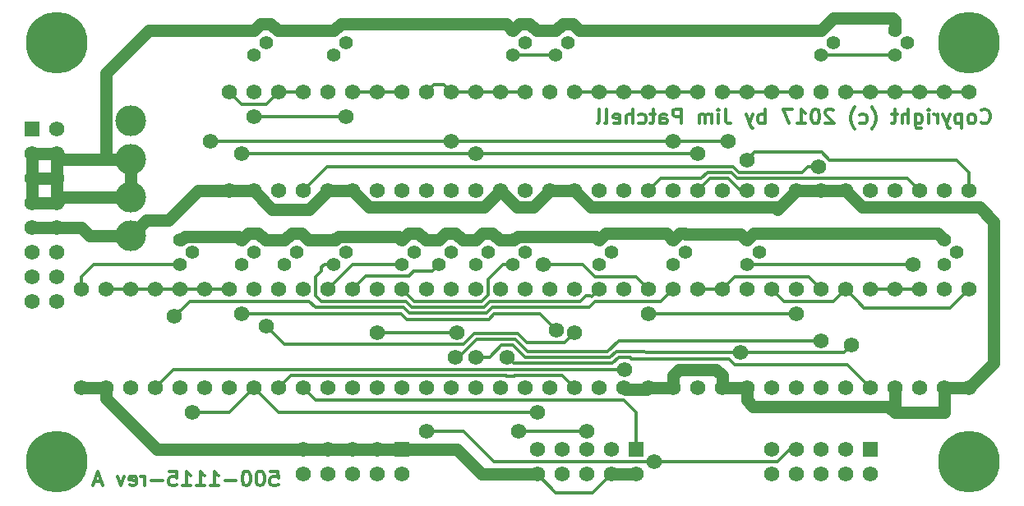
<source format=gbr>
G04 #@! TF.FileFunction,Copper,L2,Bot,Signal*
%FSLAX46Y46*%
G04 Gerber Fmt 4.6, Leading zero omitted, Abs format (unit mm)*
G04 Created by KiCad (PCBNEW 4.0.5) date 02/09/17 20:21:43*
%MOMM*%
%LPD*%
G01*
G04 APERTURE LIST*
%ADD10C,0.100000*%
%ADD11C,0.300000*%
%ADD12C,1.574800*%
%ADD13R,1.574800X1.574800*%
%ADD14C,1.397000*%
%ADD15C,3.175000*%
%ADD16C,6.350000*%
%ADD17C,0.304800*%
%ADD18C,1.270000*%
G04 APERTURE END LIST*
D10*
D11*
X84268969Y-147031971D02*
X84983255Y-147031971D01*
X85054684Y-147746257D01*
X84983255Y-147674829D01*
X84840398Y-147603400D01*
X84483255Y-147603400D01*
X84340398Y-147674829D01*
X84268969Y-147746257D01*
X84197541Y-147889114D01*
X84197541Y-148246257D01*
X84268969Y-148389114D01*
X84340398Y-148460543D01*
X84483255Y-148531971D01*
X84840398Y-148531971D01*
X84983255Y-148460543D01*
X85054684Y-148389114D01*
X83268970Y-147031971D02*
X83126113Y-147031971D01*
X82983256Y-147103400D01*
X82911827Y-147174829D01*
X82840398Y-147317686D01*
X82768970Y-147603400D01*
X82768970Y-147960543D01*
X82840398Y-148246257D01*
X82911827Y-148389114D01*
X82983256Y-148460543D01*
X83126113Y-148531971D01*
X83268970Y-148531971D01*
X83411827Y-148460543D01*
X83483256Y-148389114D01*
X83554684Y-148246257D01*
X83626113Y-147960543D01*
X83626113Y-147603400D01*
X83554684Y-147317686D01*
X83483256Y-147174829D01*
X83411827Y-147103400D01*
X83268970Y-147031971D01*
X81840399Y-147031971D02*
X81697542Y-147031971D01*
X81554685Y-147103400D01*
X81483256Y-147174829D01*
X81411827Y-147317686D01*
X81340399Y-147603400D01*
X81340399Y-147960543D01*
X81411827Y-148246257D01*
X81483256Y-148389114D01*
X81554685Y-148460543D01*
X81697542Y-148531971D01*
X81840399Y-148531971D01*
X81983256Y-148460543D01*
X82054685Y-148389114D01*
X82126113Y-148246257D01*
X82197542Y-147960543D01*
X82197542Y-147603400D01*
X82126113Y-147317686D01*
X82054685Y-147174829D01*
X81983256Y-147103400D01*
X81840399Y-147031971D01*
X80697542Y-147960543D02*
X79554685Y-147960543D01*
X78054685Y-148531971D02*
X78911828Y-148531971D01*
X78483256Y-148531971D02*
X78483256Y-147031971D01*
X78626113Y-147246257D01*
X78768971Y-147389114D01*
X78911828Y-147460543D01*
X76626114Y-148531971D02*
X77483257Y-148531971D01*
X77054685Y-148531971D02*
X77054685Y-147031971D01*
X77197542Y-147246257D01*
X77340400Y-147389114D01*
X77483257Y-147460543D01*
X75197543Y-148531971D02*
X76054686Y-148531971D01*
X75626114Y-148531971D02*
X75626114Y-147031971D01*
X75768971Y-147246257D01*
X75911829Y-147389114D01*
X76054686Y-147460543D01*
X73840400Y-147031971D02*
X74554686Y-147031971D01*
X74626115Y-147746257D01*
X74554686Y-147674829D01*
X74411829Y-147603400D01*
X74054686Y-147603400D01*
X73911829Y-147674829D01*
X73840400Y-147746257D01*
X73768972Y-147889114D01*
X73768972Y-148246257D01*
X73840400Y-148389114D01*
X73911829Y-148460543D01*
X74054686Y-148531971D01*
X74411829Y-148531971D01*
X74554686Y-148460543D01*
X74626115Y-148389114D01*
X73126115Y-147960543D02*
X71983258Y-147960543D01*
X71268972Y-148531971D02*
X71268972Y-147531971D01*
X71268972Y-147817686D02*
X71197544Y-147674829D01*
X71126115Y-147603400D01*
X70983258Y-147531971D01*
X70840401Y-147531971D01*
X69768973Y-148460543D02*
X69911830Y-148531971D01*
X70197544Y-148531971D01*
X70340401Y-148460543D01*
X70411830Y-148317686D01*
X70411830Y-147746257D01*
X70340401Y-147603400D01*
X70197544Y-147531971D01*
X69911830Y-147531971D01*
X69768973Y-147603400D01*
X69697544Y-147746257D01*
X69697544Y-147889114D01*
X70411830Y-148031971D01*
X69197544Y-147531971D02*
X68840401Y-148531971D01*
X68483259Y-147531971D01*
X66840402Y-148103400D02*
X66126116Y-148103400D01*
X66983259Y-148531971D02*
X66483259Y-147031971D01*
X65983259Y-148531971D01*
X135190428Y-111206671D02*
X135190428Y-109706671D01*
X135190428Y-110278100D02*
X135047571Y-110206671D01*
X134761857Y-110206671D01*
X134619000Y-110278100D01*
X134547571Y-110349529D01*
X134476142Y-110492386D01*
X134476142Y-110920957D01*
X134547571Y-111063814D01*
X134619000Y-111135243D01*
X134761857Y-111206671D01*
X135047571Y-111206671D01*
X135190428Y-111135243D01*
X133976142Y-110206671D02*
X133618999Y-111206671D01*
X133261857Y-110206671D02*
X133618999Y-111206671D01*
X133761857Y-111563814D01*
X133833285Y-111635243D01*
X133976142Y-111706671D01*
X131119000Y-109706671D02*
X131119000Y-110778100D01*
X131190428Y-110992386D01*
X131333285Y-111135243D01*
X131547571Y-111206671D01*
X131690428Y-111206671D01*
X130404714Y-111206671D02*
X130404714Y-110206671D01*
X130404714Y-109706671D02*
X130476143Y-109778100D01*
X130404714Y-109849529D01*
X130333286Y-109778100D01*
X130404714Y-109706671D01*
X130404714Y-109849529D01*
X129690428Y-111206671D02*
X129690428Y-110206671D01*
X129690428Y-110349529D02*
X129619000Y-110278100D01*
X129476142Y-110206671D01*
X129261857Y-110206671D01*
X129119000Y-110278100D01*
X129047571Y-110420957D01*
X129047571Y-111206671D01*
X129047571Y-110420957D02*
X128976142Y-110278100D01*
X128833285Y-110206671D01*
X128619000Y-110206671D01*
X128476142Y-110278100D01*
X128404714Y-110420957D01*
X128404714Y-111206671D01*
X126547571Y-111206671D02*
X126547571Y-109706671D01*
X125976143Y-109706671D01*
X125833285Y-109778100D01*
X125761857Y-109849529D01*
X125690428Y-109992386D01*
X125690428Y-110206671D01*
X125761857Y-110349529D01*
X125833285Y-110420957D01*
X125976143Y-110492386D01*
X126547571Y-110492386D01*
X124404714Y-111206671D02*
X124404714Y-110420957D01*
X124476143Y-110278100D01*
X124619000Y-110206671D01*
X124904714Y-110206671D01*
X125047571Y-110278100D01*
X124404714Y-111135243D02*
X124547571Y-111206671D01*
X124904714Y-111206671D01*
X125047571Y-111135243D01*
X125119000Y-110992386D01*
X125119000Y-110849529D01*
X125047571Y-110706671D01*
X124904714Y-110635243D01*
X124547571Y-110635243D01*
X124404714Y-110563814D01*
X123904714Y-110206671D02*
X123333285Y-110206671D01*
X123690428Y-109706671D02*
X123690428Y-110992386D01*
X123619000Y-111135243D01*
X123476142Y-111206671D01*
X123333285Y-111206671D01*
X122190428Y-111135243D02*
X122333285Y-111206671D01*
X122618999Y-111206671D01*
X122761857Y-111135243D01*
X122833285Y-111063814D01*
X122904714Y-110920957D01*
X122904714Y-110492386D01*
X122833285Y-110349529D01*
X122761857Y-110278100D01*
X122618999Y-110206671D01*
X122333285Y-110206671D01*
X122190428Y-110278100D01*
X121547571Y-111206671D02*
X121547571Y-109706671D01*
X120904714Y-111206671D02*
X120904714Y-110420957D01*
X120976143Y-110278100D01*
X121119000Y-110206671D01*
X121333285Y-110206671D01*
X121476143Y-110278100D01*
X121547571Y-110349529D01*
X119619000Y-111135243D02*
X119761857Y-111206671D01*
X120047571Y-111206671D01*
X120190428Y-111135243D01*
X120261857Y-110992386D01*
X120261857Y-110420957D01*
X120190428Y-110278100D01*
X120047571Y-110206671D01*
X119761857Y-110206671D01*
X119619000Y-110278100D01*
X119547571Y-110420957D01*
X119547571Y-110563814D01*
X120261857Y-110706671D01*
X118690428Y-111206671D02*
X118833286Y-111135243D01*
X118904714Y-110992386D01*
X118904714Y-109706671D01*
X117904714Y-111206671D02*
X118047572Y-111135243D01*
X118119000Y-110992386D01*
X118119000Y-109706671D01*
X157466084Y-111063814D02*
X157537513Y-111135243D01*
X157751799Y-111206671D01*
X157894656Y-111206671D01*
X158108941Y-111135243D01*
X158251799Y-110992386D01*
X158323227Y-110849529D01*
X158394656Y-110563814D01*
X158394656Y-110349529D01*
X158323227Y-110063814D01*
X158251799Y-109920957D01*
X158108941Y-109778100D01*
X157894656Y-109706671D01*
X157751799Y-109706671D01*
X157537513Y-109778100D01*
X157466084Y-109849529D01*
X156608941Y-111206671D02*
X156751799Y-111135243D01*
X156823227Y-111063814D01*
X156894656Y-110920957D01*
X156894656Y-110492386D01*
X156823227Y-110349529D01*
X156751799Y-110278100D01*
X156608941Y-110206671D01*
X156394656Y-110206671D01*
X156251799Y-110278100D01*
X156180370Y-110349529D01*
X156108941Y-110492386D01*
X156108941Y-110920957D01*
X156180370Y-111063814D01*
X156251799Y-111135243D01*
X156394656Y-111206671D01*
X156608941Y-111206671D01*
X155466084Y-110206671D02*
X155466084Y-111706671D01*
X155466084Y-110278100D02*
X155323227Y-110206671D01*
X155037513Y-110206671D01*
X154894656Y-110278100D01*
X154823227Y-110349529D01*
X154751798Y-110492386D01*
X154751798Y-110920957D01*
X154823227Y-111063814D01*
X154894656Y-111135243D01*
X155037513Y-111206671D01*
X155323227Y-111206671D01*
X155466084Y-111135243D01*
X154251798Y-110206671D02*
X153894655Y-111206671D01*
X153537513Y-110206671D02*
X153894655Y-111206671D01*
X154037513Y-111563814D01*
X154108941Y-111635243D01*
X154251798Y-111706671D01*
X152966084Y-111206671D02*
X152966084Y-110206671D01*
X152966084Y-110492386D02*
X152894656Y-110349529D01*
X152823227Y-110278100D01*
X152680370Y-110206671D01*
X152537513Y-110206671D01*
X152037513Y-111206671D02*
X152037513Y-110206671D01*
X152037513Y-109706671D02*
X152108942Y-109778100D01*
X152037513Y-109849529D01*
X151966085Y-109778100D01*
X152037513Y-109706671D01*
X152037513Y-109849529D01*
X150680370Y-110206671D02*
X150680370Y-111420957D01*
X150751799Y-111563814D01*
X150823227Y-111635243D01*
X150966084Y-111706671D01*
X151180370Y-111706671D01*
X151323227Y-111635243D01*
X150680370Y-111135243D02*
X150823227Y-111206671D01*
X151108941Y-111206671D01*
X151251799Y-111135243D01*
X151323227Y-111063814D01*
X151394656Y-110920957D01*
X151394656Y-110492386D01*
X151323227Y-110349529D01*
X151251799Y-110278100D01*
X151108941Y-110206671D01*
X150823227Y-110206671D01*
X150680370Y-110278100D01*
X149966084Y-111206671D02*
X149966084Y-109706671D01*
X149323227Y-111206671D02*
X149323227Y-110420957D01*
X149394656Y-110278100D01*
X149537513Y-110206671D01*
X149751798Y-110206671D01*
X149894656Y-110278100D01*
X149966084Y-110349529D01*
X148823227Y-110206671D02*
X148251798Y-110206671D01*
X148608941Y-109706671D02*
X148608941Y-110992386D01*
X148537513Y-111135243D01*
X148394655Y-111206671D01*
X148251798Y-111206671D01*
X146180370Y-111778100D02*
X146251798Y-111706671D01*
X146394655Y-111492386D01*
X146466084Y-111349529D01*
X146537513Y-111135243D01*
X146608941Y-110778100D01*
X146608941Y-110492386D01*
X146537513Y-110135243D01*
X146466084Y-109920957D01*
X146394655Y-109778100D01*
X146251798Y-109563814D01*
X146180370Y-109492386D01*
X144966084Y-111135243D02*
X145108941Y-111206671D01*
X145394655Y-111206671D01*
X145537513Y-111135243D01*
X145608941Y-111063814D01*
X145680370Y-110920957D01*
X145680370Y-110492386D01*
X145608941Y-110349529D01*
X145537513Y-110278100D01*
X145394655Y-110206671D01*
X145108941Y-110206671D01*
X144966084Y-110278100D01*
X144466084Y-111778100D02*
X144394656Y-111706671D01*
X144251799Y-111492386D01*
X144180370Y-111349529D01*
X144108941Y-111135243D01*
X144037513Y-110778100D01*
X144037513Y-110492386D01*
X144108941Y-110135243D01*
X144180370Y-109920957D01*
X144251799Y-109778100D01*
X144394656Y-109563814D01*
X144466084Y-109492386D01*
X142251799Y-109849529D02*
X142180370Y-109778100D01*
X142037513Y-109706671D01*
X141680370Y-109706671D01*
X141537513Y-109778100D01*
X141466084Y-109849529D01*
X141394656Y-109992386D01*
X141394656Y-110135243D01*
X141466084Y-110349529D01*
X142323227Y-111206671D01*
X141394656Y-111206671D01*
X140466085Y-109706671D02*
X140323228Y-109706671D01*
X140180371Y-109778100D01*
X140108942Y-109849529D01*
X140037513Y-109992386D01*
X139966085Y-110278100D01*
X139966085Y-110635243D01*
X140037513Y-110920957D01*
X140108942Y-111063814D01*
X140180371Y-111135243D01*
X140323228Y-111206671D01*
X140466085Y-111206671D01*
X140608942Y-111135243D01*
X140680371Y-111063814D01*
X140751799Y-110920957D01*
X140823228Y-110635243D01*
X140823228Y-110278100D01*
X140751799Y-109992386D01*
X140680371Y-109849529D01*
X140608942Y-109778100D01*
X140466085Y-109706671D01*
X138537514Y-111206671D02*
X139394657Y-111206671D01*
X138966085Y-111206671D02*
X138966085Y-109706671D01*
X139108942Y-109920957D01*
X139251800Y-110063814D01*
X139394657Y-110135243D01*
X138037514Y-109706671D02*
X137037514Y-109706671D01*
X137680371Y-111206671D01*
D12*
X138430000Y-138430000D03*
X138430000Y-128270000D03*
X140970000Y-138430000D03*
X140970000Y-128270000D03*
X146050000Y-138430000D03*
X146050000Y-128270000D03*
X143510000Y-138430000D03*
X143510000Y-128270000D03*
X110490000Y-138430000D03*
X110490000Y-128270000D03*
X128270000Y-138430000D03*
X128270000Y-128270000D03*
X151130000Y-138430000D03*
X151130000Y-128270000D03*
X135890000Y-138430000D03*
X135890000Y-128270000D03*
X128270000Y-118110000D03*
X128270000Y-107950000D03*
X125730000Y-118110000D03*
X125730000Y-107950000D03*
X123190000Y-118110000D03*
X123190000Y-107950000D03*
X120650000Y-118110000D03*
X120650000Y-107950000D03*
X156210000Y-118110000D03*
X156210000Y-107950000D03*
X153670000Y-118110000D03*
X153670000Y-107950000D03*
X151130000Y-118110000D03*
X151130000Y-107950000D03*
X148590000Y-118110000D03*
X148590000Y-107950000D03*
X118110000Y-118110000D03*
X118110000Y-107950000D03*
X146050000Y-118110000D03*
X146050000Y-107950000D03*
X110490000Y-118110000D03*
X110490000Y-107950000D03*
X135890000Y-118110000D03*
X135890000Y-107950000D03*
X105410000Y-118110000D03*
X105410000Y-107950000D03*
X102870000Y-118110000D03*
X102870000Y-107950000D03*
X100330000Y-118110000D03*
X100330000Y-107950000D03*
X133350000Y-118110000D03*
X133350000Y-107950000D03*
X130810000Y-118110000D03*
X130810000Y-107950000D03*
X80010000Y-138430000D03*
X80010000Y-128270000D03*
X77470000Y-138430000D03*
X77470000Y-128270000D03*
X74930000Y-138430000D03*
X74930000Y-128270000D03*
X72390000Y-138430000D03*
X72390000Y-128270000D03*
X69850000Y-138430000D03*
X69850000Y-128270000D03*
X97790000Y-118110000D03*
X97790000Y-107950000D03*
X87630000Y-118110000D03*
X87630000Y-107950000D03*
X95250000Y-118110000D03*
X95250000Y-107950000D03*
X85090000Y-118110000D03*
X85090000Y-107950000D03*
D13*
X146050000Y-144780000D03*
D12*
X146050000Y-147320000D03*
X143510000Y-144780000D03*
X143510000Y-147320000D03*
X140970000Y-144780000D03*
X140970000Y-147320000D03*
X138430000Y-144780000D03*
X138430000Y-147320000D03*
X135890000Y-144780000D03*
X135890000Y-147320000D03*
D13*
X97790000Y-144780000D03*
D12*
X97790000Y-147320000D03*
X95250000Y-144780000D03*
X95250000Y-147320000D03*
X92710000Y-144780000D03*
X92710000Y-147320000D03*
X90170000Y-144780000D03*
X90170000Y-147320000D03*
X87630000Y-144780000D03*
X87630000Y-147320000D03*
D13*
X121920000Y-144780000D03*
D12*
X121920000Y-147320000D03*
X119380000Y-144780000D03*
X119380000Y-147320000D03*
X116840000Y-144780000D03*
X116840000Y-147320000D03*
X114300000Y-144780000D03*
X114300000Y-147320000D03*
X111760000Y-144780000D03*
X111760000Y-147320000D03*
D14*
X118110000Y-123190000D03*
X119380000Y-124460000D03*
X118110000Y-125730000D03*
X125730000Y-123190000D03*
X127000000Y-124460000D03*
X125730000Y-125730000D03*
X153670000Y-123190000D03*
X154940000Y-124460000D03*
X153670000Y-125730000D03*
X133350000Y-123190000D03*
X134620000Y-124460000D03*
X133350000Y-125730000D03*
X113665000Y-101600000D03*
X114935000Y-102870000D03*
X113665000Y-104140000D03*
X148590000Y-101600000D03*
X149860000Y-102870000D03*
X148590000Y-104140000D03*
X109220000Y-101600000D03*
X110490000Y-102870000D03*
X109220000Y-104140000D03*
X140970000Y-101600000D03*
X142240000Y-102870000D03*
X140970000Y-104140000D03*
X74930000Y-123190000D03*
X76200000Y-124460000D03*
X74930000Y-125730000D03*
X90805000Y-101600000D03*
X92075000Y-102870000D03*
X90805000Y-104140000D03*
X82550000Y-101600000D03*
X83820000Y-102870000D03*
X82550000Y-104140000D03*
X97790000Y-123190000D03*
X99060000Y-124460000D03*
X97790000Y-125730000D03*
X101600000Y-123190000D03*
X102870000Y-124460000D03*
X101600000Y-125730000D03*
X105410000Y-123190000D03*
X106680000Y-124460000D03*
X105410000Y-125730000D03*
X109220000Y-123190000D03*
X110490000Y-124460000D03*
X109220000Y-125730000D03*
X90805000Y-123190000D03*
X92075000Y-124460000D03*
X90805000Y-125730000D03*
X85725000Y-123190000D03*
X86995000Y-124460000D03*
X85725000Y-125730000D03*
X81280000Y-123190000D03*
X82550000Y-124460000D03*
X81280000Y-125730000D03*
D12*
X123190000Y-138430000D03*
X123190000Y-128270000D03*
X130810000Y-138430000D03*
X130810000Y-128270000D03*
X148590000Y-138430000D03*
X148590000Y-128270000D03*
X156210000Y-138430000D03*
X156210000Y-128270000D03*
X120650000Y-138430000D03*
X120650000Y-128270000D03*
X125730000Y-138430000D03*
X125730000Y-128270000D03*
X153670000Y-138430000D03*
X153670000Y-128270000D03*
X133350000Y-138430000D03*
X133350000Y-128270000D03*
X115570000Y-118110000D03*
X115570000Y-107950000D03*
X143510000Y-118110000D03*
X143510000Y-107950000D03*
X113030000Y-118110000D03*
X113030000Y-107950000D03*
X140970000Y-118110000D03*
X140970000Y-107950000D03*
X107950000Y-118110000D03*
X107950000Y-107950000D03*
X138430000Y-118110000D03*
X138430000Y-107950000D03*
X67310000Y-138430000D03*
X67310000Y-128270000D03*
X92710000Y-118110000D03*
X92710000Y-107950000D03*
X80010000Y-118110000D03*
X80010000Y-107950000D03*
X64770000Y-138430000D03*
X64770000Y-128270000D03*
X90170000Y-118110000D03*
X90170000Y-107950000D03*
X82550000Y-118110000D03*
X82550000Y-107950000D03*
X100330000Y-138430000D03*
X100330000Y-128270000D03*
X102870000Y-128270000D03*
X102870000Y-138430000D03*
X105410000Y-138430000D03*
X105410000Y-128270000D03*
X107950000Y-138430000D03*
X107950000Y-128270000D03*
X90170000Y-128270000D03*
X90170000Y-138430000D03*
X92710000Y-128270000D03*
X92710000Y-138430000D03*
X95250000Y-128270000D03*
X95250000Y-138430000D03*
X97790000Y-128270000D03*
X97790000Y-138430000D03*
X87630000Y-138430000D03*
X87630000Y-128270000D03*
X85090000Y-138430000D03*
X85090000Y-128270000D03*
X82550000Y-138430000D03*
X82550000Y-128270000D03*
X118110000Y-128270000D03*
X118110000Y-138430000D03*
X115570000Y-128270000D03*
X115570000Y-138430000D03*
X113030000Y-128270000D03*
X113030000Y-138430000D03*
D15*
X69850000Y-122783600D03*
X69850000Y-118821200D03*
X69850000Y-114858800D03*
X69850000Y-110896400D03*
D13*
X59690000Y-111760000D03*
D12*
X62230000Y-111760000D03*
X59690000Y-114300000D03*
X62230000Y-114300000D03*
X59690000Y-116840000D03*
X62230000Y-116840000D03*
X59690000Y-119380000D03*
X62230000Y-119380000D03*
X59690000Y-121920000D03*
X62230000Y-121920000D03*
X59690000Y-124460000D03*
X62230000Y-124460000D03*
X59690000Y-127000000D03*
X62230000Y-127000000D03*
X59690000Y-129540000D03*
X62230000Y-129540000D03*
D16*
X156210000Y-146050000D03*
X156210000Y-102870000D03*
X62230000Y-146050000D03*
X62230000Y-102870000D03*
D12*
X123825000Y-146024601D03*
X100330000Y-142875000D03*
X112395000Y-125730000D03*
X123190000Y-130810000D03*
X138430000Y-130810000D03*
X140970000Y-133578569D03*
X103291421Y-135280390D03*
X108658245Y-135280390D03*
X132715000Y-134823179D03*
X105450877Y-135280390D03*
X144145000Y-133985000D03*
X109855000Y-142875000D03*
X116840000Y-142875000D03*
X133350000Y-114935000D03*
X128270000Y-114300000D03*
X81280000Y-114300000D03*
X105410000Y-114300000D03*
X131445000Y-113030000D03*
X150495000Y-125730000D03*
X125730000Y-113030000D03*
X78105000Y-113030000D03*
X102870000Y-113030000D03*
X74371178Y-131059199D03*
X120700797Y-136551075D03*
X140692650Y-115620785D03*
X82550000Y-110490000D03*
X92075000Y-110490000D03*
X76200000Y-140970000D03*
X111760000Y-140970000D03*
X95250000Y-132715000D03*
X103505000Y-132715000D03*
X115570000Y-132715000D03*
X83820000Y-132080000D03*
X113701307Y-132512760D03*
X81280000Y-130810000D03*
D17*
X123825000Y-146024601D02*
X107289601Y-146024601D01*
X136487409Y-146024601D02*
X123825000Y-146024601D01*
X104140000Y-142875000D02*
X100330000Y-142875000D01*
X107289601Y-146024601D02*
X104140000Y-142875000D01*
X137732010Y-144780000D02*
X136487409Y-146024601D01*
X138430000Y-144780000D02*
X137732010Y-144780000D01*
X116399562Y-125730000D02*
X112395000Y-125730000D01*
X121920000Y-127000000D02*
X117669562Y-127000000D01*
X117669562Y-127000000D02*
X116399562Y-125730000D01*
X122402601Y-127482601D02*
X121920000Y-127000000D01*
X123190000Y-128270000D02*
X122402601Y-127482601D01*
X138430000Y-130810000D02*
X123190000Y-130810000D01*
X139856449Y-133578569D02*
X140970000Y-133578569D01*
X120107053Y-133578569D02*
X139856449Y-133578569D01*
X118989455Y-134696167D02*
X120107053Y-133578569D01*
X110778154Y-134696167D02*
X118989455Y-134696167D01*
X103643740Y-135280390D02*
X105497953Y-133426177D01*
X109508164Y-133426177D02*
X110778154Y-134696167D01*
X105497953Y-133426177D02*
X109508164Y-133426177D01*
X103291421Y-135280390D02*
X103643740Y-135280390D01*
X130810000Y-128270000D02*
X128270000Y-128270000D01*
X140970000Y-128270000D02*
X139725399Y-127025399D01*
X139725399Y-127025399D02*
X132054601Y-127025399D01*
X132054601Y-127025399D02*
X130810000Y-128270000D01*
X109293244Y-135915389D02*
X108658245Y-135280390D01*
X120103388Y-135306474D02*
X119494473Y-135915389D01*
X132117591Y-136067780D02*
X131482601Y-135432790D01*
X143687780Y-136067780D02*
X132117591Y-136067780D01*
X146050000Y-138430000D02*
X143687780Y-136067780D01*
X119494473Y-135915389D02*
X109293244Y-135915389D01*
X131482601Y-135432790D02*
X121422830Y-135432790D01*
X121296514Y-135306474D02*
X120103388Y-135306474D01*
X121422830Y-135432790D02*
X121296514Y-135306474D01*
X148590000Y-128270000D02*
X146050000Y-128270000D01*
X151130000Y-128270000D02*
X148590000Y-128270000D01*
X143305299Y-134823179D02*
X132715000Y-134823179D01*
X132715000Y-134823179D02*
X122922311Y-134823179D01*
X106816233Y-135280390D02*
X105450877Y-135280390D01*
X122769919Y-134670787D02*
X119876955Y-134670787D01*
X108060835Y-134035788D02*
X106816233Y-135280390D01*
X109255655Y-134035788D02*
X108060835Y-134035788D01*
X119241964Y-135305778D02*
X110525645Y-135305778D01*
X143306820Y-134823180D02*
X143305299Y-134823179D01*
X119876955Y-134670787D02*
X119241964Y-135305778D01*
X110525645Y-135305778D02*
X109255655Y-134035788D01*
X144145000Y-133985000D02*
X143306820Y-134823180D01*
X122922311Y-134823179D02*
X122769919Y-134670787D01*
X143510000Y-128270000D02*
X142240000Y-129540000D01*
X142240000Y-129540000D02*
X137160000Y-129540000D01*
X137160000Y-129540000D02*
X135890000Y-128270000D01*
X145415000Y-130175000D02*
X144780000Y-129540000D01*
X144780000Y-129540000D02*
X143510000Y-128270000D01*
X154305000Y-130175000D02*
X145415000Y-130175000D01*
X156210000Y-128270000D02*
X154305000Y-130175000D01*
X116840000Y-142875000D02*
X109855000Y-142875000D01*
X156210000Y-116205000D02*
X156210000Y-118110000D01*
X154940000Y-114935000D02*
X156210000Y-116205000D01*
X141848875Y-114935000D02*
X154940000Y-114935000D01*
X141061476Y-114147601D02*
X141848875Y-114935000D01*
X133350000Y-114935000D02*
X134137399Y-114147601D01*
X134137399Y-114147601D02*
X141061476Y-114147601D01*
X128270000Y-114300000D02*
X105410000Y-114300000D01*
X105410000Y-114300000D02*
X81280000Y-114300000D01*
X129514601Y-116865399D02*
X128270000Y-118110000D01*
X133350000Y-118110000D02*
X132652010Y-118110000D01*
X132652010Y-118110000D02*
X131407409Y-116865399D01*
X131407409Y-116865399D02*
X129514601Y-116865399D01*
X118110000Y-107950000D02*
X115570000Y-107950000D01*
X120650000Y-107950000D02*
X118110000Y-107950000D01*
X123190000Y-107950000D02*
X120650000Y-107950000D01*
X125730000Y-107950000D02*
X123190000Y-107950000D01*
X128270000Y-107950000D02*
X125730000Y-107950000D01*
X131445000Y-113030000D02*
X125730000Y-113030000D01*
X150495000Y-125730000D02*
X133350000Y-125730000D01*
X125730000Y-113030000D02*
X102870000Y-113030000D01*
X102870000Y-113030000D02*
X78105000Y-113030000D01*
X75915776Y-129514601D02*
X75158577Y-130271800D01*
X106487028Y-130759222D02*
X98554981Y-130759221D01*
X117092510Y-130149610D02*
X107096639Y-130149611D01*
X124485399Y-129514601D02*
X117727519Y-129514601D01*
X125730000Y-128270000D02*
X124485399Y-129514601D01*
X98554981Y-130759221D02*
X97945371Y-130149611D01*
X107096639Y-130149611D02*
X106487028Y-130759222D01*
X88862418Y-130149610D02*
X88227409Y-129514601D01*
X97945371Y-130149611D02*
X88862418Y-130149610D01*
X75158577Y-130271800D02*
X74371178Y-131059199D01*
X88227409Y-129514601D02*
X75915776Y-129514601D01*
X117727519Y-129514601D02*
X117092510Y-130149610D01*
X151130000Y-118110000D02*
X149885399Y-116865399D01*
X124434601Y-116865399D02*
X123190000Y-118110000D01*
X132332519Y-116865399D02*
X131722909Y-116255789D01*
X149885399Y-116865399D02*
X132332519Y-116865399D01*
X131722909Y-116255789D02*
X129262091Y-116255789D01*
X128652481Y-116865399D02*
X124434601Y-116865399D01*
X129262091Y-116255789D02*
X128652481Y-116865399D01*
X153670000Y-107950000D02*
X156210000Y-107950000D01*
X151130000Y-107950000D02*
X153670000Y-107950000D01*
X148590000Y-107950000D02*
X151130000Y-107950000D01*
X146050000Y-107950000D02*
X148590000Y-107950000D01*
X143510000Y-107950000D02*
X146050000Y-107950000D01*
X107950000Y-107950000D02*
X110490000Y-107950000D01*
X105410000Y-107950000D02*
X107950000Y-107950000D01*
X102870000Y-107950000D02*
X102082601Y-107162601D01*
X102082601Y-107162601D02*
X101117399Y-107162601D01*
X101117399Y-107162601D02*
X100330000Y-107950000D01*
X105410000Y-107950000D02*
X102870000Y-107950000D01*
X135890000Y-107950000D02*
X138430000Y-107950000D01*
X133350000Y-107950000D02*
X135890000Y-107950000D01*
X130810000Y-107950000D02*
X133350000Y-107950000D01*
X80010000Y-128270000D02*
X77470000Y-128270000D01*
X74930000Y-128270000D02*
X77470000Y-128270000D01*
X72390000Y-128270000D02*
X74930000Y-128270000D01*
X69850000Y-128270000D02*
X72390000Y-128270000D01*
X67310000Y-128270000D02*
X69850000Y-128270000D01*
X74268925Y-136551075D02*
X120700797Y-136551075D01*
X72390000Y-138430000D02*
X74268925Y-136551075D01*
X113665000Y-104140000D02*
X109220000Y-104140000D01*
X95250000Y-107950000D02*
X92710000Y-107950000D01*
X97790000Y-107950000D02*
X95250000Y-107950000D01*
X138994884Y-116205000D02*
X139579099Y-115620785D01*
X131950019Y-115620779D02*
X132534240Y-116205000D01*
X90119221Y-115620779D02*
X131950019Y-115620779D01*
X87630000Y-118110000D02*
X90119221Y-115620779D01*
X132534240Y-116205000D02*
X138994884Y-116205000D01*
X139579099Y-115620785D02*
X140692650Y-115620785D01*
X148590000Y-104140000D02*
X140970000Y-104140000D01*
X85090000Y-107950000D02*
X83845399Y-109194601D01*
X83845399Y-109194601D02*
X81254601Y-109194601D01*
X81254601Y-109194601D02*
X80010000Y-107950000D01*
X87630000Y-107950000D02*
X85090000Y-107950000D01*
D18*
X120650000Y-138430000D02*
X120834427Y-138614427D01*
X120834427Y-138614427D02*
X123005573Y-138614427D01*
X123005573Y-138614427D02*
X123190000Y-138430000D01*
X126365000Y-136525000D02*
X125730000Y-137160000D01*
X130175000Y-136525000D02*
X126365000Y-136525000D01*
X130810000Y-137160000D02*
X130175000Y-136525000D01*
X130810000Y-138430000D02*
X130810000Y-137160000D01*
X125730000Y-137160000D02*
X125730000Y-138430000D01*
X103505000Y-144780000D02*
X106045000Y-147320000D01*
X97790000Y-144780000D02*
X103505000Y-144780000D01*
X106045000Y-147320000D02*
X111760000Y-147320000D01*
X73748899Y-121196101D02*
X76835000Y-118110000D01*
X76835000Y-118110000D02*
X80010000Y-118110000D01*
X69850000Y-122783600D02*
X71437499Y-121196101D01*
X71437499Y-121196101D02*
X73748899Y-121196101D01*
X82550000Y-118110000D02*
X80010000Y-118110000D01*
X90170000Y-118110000D02*
X88265000Y-120015000D01*
X88265000Y-120015000D02*
X84455000Y-120015000D01*
X84455000Y-120015000D02*
X82550000Y-118110000D01*
X92710000Y-118110000D02*
X90170000Y-118110000D01*
X107950000Y-118110000D02*
X106222799Y-119837201D01*
X106222799Y-119837201D02*
X94437201Y-119837201D01*
X94437201Y-119837201D02*
X92710000Y-118110000D01*
X113030000Y-118110000D02*
X111302799Y-119837201D01*
X111302799Y-119837201D02*
X109677201Y-119837201D01*
X109677201Y-119837201D02*
X107950000Y-118110000D01*
X115570000Y-118110000D02*
X113030000Y-118110000D01*
X136525000Y-120015000D02*
X136347201Y-119837201D01*
X136347201Y-119837201D02*
X117297201Y-119837201D01*
X117297201Y-119837201D02*
X115570000Y-118110000D01*
X138430000Y-118110000D02*
X136525000Y-120015000D01*
X140970000Y-118110000D02*
X138430000Y-118110000D01*
X143510000Y-118110000D02*
X140970000Y-118110000D01*
X156210000Y-138430000D02*
X158750000Y-135890000D01*
X158750000Y-135890000D02*
X158750000Y-121285000D01*
X158750000Y-121285000D02*
X157302201Y-119837201D01*
X157302201Y-119837201D02*
X145237201Y-119837201D01*
X145237201Y-119837201D02*
X143510000Y-118110000D01*
X67310000Y-138430000D02*
X67310000Y-139543551D01*
X67310000Y-139543551D02*
X72546449Y-144780000D01*
X72546449Y-144780000D02*
X87630000Y-144780000D01*
X64770000Y-138430000D02*
X67310000Y-138430000D01*
X133350000Y-139700000D02*
X133985000Y-140335000D01*
X133985000Y-140335000D02*
X147955000Y-140335000D01*
X147955000Y-140335000D02*
X148590000Y-140970000D01*
X133350000Y-138430000D02*
X133350000Y-139700000D01*
X148590000Y-138430000D02*
X148590000Y-140970000D01*
X148590000Y-140970000D02*
X153670000Y-140970000D01*
X153670000Y-140970000D02*
X153670000Y-138430000D01*
X156210000Y-138430000D02*
X153670000Y-138430000D01*
X133350000Y-138430000D02*
X130810000Y-138430000D01*
X123190000Y-138430000D02*
X125730000Y-138430000D01*
X121920000Y-147320000D02*
X119380000Y-147320000D01*
D17*
X117475000Y-149225000D02*
X119380000Y-147320000D01*
X113665000Y-149225000D02*
X117475000Y-149225000D01*
X111760000Y-147320000D02*
X113665000Y-149225000D01*
D18*
X95250000Y-144780000D02*
X97790000Y-144780000D01*
X92710000Y-144780000D02*
X95250000Y-144780000D01*
X90170000Y-144780000D02*
X92710000Y-144780000D01*
X87630000Y-144780000D02*
X90170000Y-144780000D01*
X64770000Y-121920000D02*
X65633600Y-122783600D01*
X65633600Y-122783600D02*
X69850000Y-122783600D01*
X62230000Y-121920000D02*
X64770000Y-121920000D01*
X59690000Y-121920000D02*
X62230000Y-121920000D01*
D17*
X92075000Y-110490000D02*
X82550000Y-110490000D01*
X121920000Y-140970000D02*
X121920000Y-144780000D01*
X120650000Y-139700000D02*
X121920000Y-140970000D01*
X88900000Y-139700000D02*
X120650000Y-139700000D01*
X87630000Y-138430000D02*
X88900000Y-139700000D01*
X108547409Y-137185399D02*
X108567250Y-137205240D01*
X85090000Y-138430000D02*
X86334601Y-137185399D01*
X86334601Y-137185399D02*
X108547409Y-137185399D01*
X114325399Y-137185399D02*
X115570000Y-138430000D01*
X109378009Y-137185399D02*
X114325399Y-137185399D01*
X109358168Y-137205240D02*
X109378009Y-137185399D01*
X108567250Y-137205240D02*
X109358168Y-137205240D01*
X80010000Y-140970000D02*
X82550000Y-138430000D01*
X76200000Y-140970000D02*
X80010000Y-140970000D01*
X74930000Y-125730000D02*
X66040000Y-125730000D01*
X66040000Y-125730000D02*
X64770000Y-127000000D01*
X64770000Y-127000000D02*
X64770000Y-128270000D01*
X85090000Y-140970000D02*
X111760000Y-140970000D01*
X82550000Y-138430000D02*
X85090000Y-140970000D01*
D18*
X81280000Y-123190000D02*
X80911699Y-122821699D01*
X80911699Y-122821699D02*
X75413615Y-122821699D01*
X75413615Y-122821699D02*
X75045314Y-123190000D01*
X75045314Y-123190000D02*
X74930000Y-123190000D01*
X85725000Y-123190000D02*
X83704686Y-123190000D01*
X83704686Y-123190000D02*
X83006187Y-122491501D01*
X83006187Y-122491501D02*
X81978499Y-122491501D01*
X81978499Y-122491501D02*
X81280000Y-123190000D01*
X90805000Y-123190000D02*
X88149686Y-123190000D01*
X88149686Y-123190000D02*
X87451187Y-122491501D01*
X87451187Y-122491501D02*
X86423499Y-122491501D01*
X86423499Y-122491501D02*
X85725000Y-123190000D01*
X97790000Y-123190000D02*
X97421699Y-122821699D01*
X97421699Y-122821699D02*
X91288615Y-122821699D01*
X91288615Y-122821699D02*
X90920314Y-123190000D01*
X90920314Y-123190000D02*
X90805000Y-123190000D01*
X101600000Y-123190000D02*
X100214686Y-123190000D01*
X100214686Y-123190000D02*
X99516187Y-122491501D01*
X99516187Y-122491501D02*
X98488499Y-122491501D01*
X98488499Y-122491501D02*
X97790000Y-123190000D01*
X105410000Y-123190000D02*
X104024686Y-123190000D01*
X104024686Y-123190000D02*
X103326187Y-122491501D01*
X103326187Y-122491501D02*
X102298499Y-122491501D01*
X102298499Y-122491501D02*
X101600000Y-123190000D01*
X109220000Y-123190000D02*
X107834686Y-123190000D01*
X107834686Y-123190000D02*
X107136187Y-122491501D01*
X106108499Y-122491501D02*
X105410000Y-123190000D01*
X107136187Y-122491501D02*
X106108499Y-122491501D01*
X118110000Y-123190000D02*
X117741699Y-122821699D01*
X117741699Y-122821699D02*
X109703615Y-122821699D01*
X109703615Y-122821699D02*
X109335314Y-123190000D01*
X109335314Y-123190000D02*
X109220000Y-123190000D01*
X125730000Y-123190000D02*
X125031501Y-122491501D01*
X125031501Y-122491501D02*
X118808499Y-122491501D01*
X118808499Y-122491501D02*
X118110000Y-123190000D01*
X69850000Y-114858800D02*
X67310000Y-114858800D01*
X67322699Y-106032301D02*
X67322699Y-114846101D01*
X67310000Y-114858800D02*
X62788800Y-114858800D01*
X82550000Y-101600000D02*
X71755000Y-101600000D01*
X67322699Y-114846101D02*
X67310000Y-114858800D01*
X71755000Y-101600000D02*
X67322699Y-106032301D01*
X90805000Y-101600000D02*
X84974686Y-101600000D01*
X84974686Y-101600000D02*
X84276187Y-100901501D01*
X84276187Y-100901501D02*
X83248499Y-100901501D01*
X83248499Y-100901501D02*
X82550000Y-101600000D01*
X109220000Y-101600000D02*
X108521501Y-100901501D01*
X108521501Y-100901501D02*
X91503499Y-100901501D01*
X91503499Y-100901501D02*
X90805000Y-101600000D01*
X113665000Y-101600000D02*
X111644686Y-101600000D01*
X111644686Y-101600000D02*
X110946187Y-100901501D01*
X110946187Y-100901501D02*
X109918499Y-100901501D01*
X109918499Y-100901501D02*
X109220000Y-101600000D01*
X140970000Y-101600000D02*
X116089686Y-101600000D01*
X116089686Y-101600000D02*
X115391187Y-100901501D01*
X115391187Y-100901501D02*
X114363499Y-100901501D01*
X114363499Y-100901501D02*
X113665000Y-101600000D01*
X148307828Y-100330000D02*
X142240000Y-100330000D01*
X142240000Y-100330000D02*
X140970000Y-101600000D01*
X148590000Y-101600000D02*
X148590000Y-100612172D01*
X148590000Y-100612172D02*
X148307828Y-100330000D01*
X127000000Y-122555000D02*
X126936501Y-122491501D01*
X126428499Y-122491501D02*
X125730000Y-123190000D01*
X126936501Y-122491501D02*
X126428499Y-122491501D01*
X132715000Y-122555000D02*
X127000000Y-122555000D01*
X133350000Y-123190000D02*
X132715000Y-122555000D01*
X153670000Y-123190000D02*
X152971501Y-122491501D01*
X152971501Y-122491501D02*
X134048499Y-122491501D01*
X134048499Y-122491501D02*
X133350000Y-123190000D01*
X69850000Y-114858800D02*
X69850000Y-118821200D01*
X69850000Y-118821200D02*
X62788800Y-118821200D01*
X62788800Y-118821200D02*
X62230000Y-119380000D01*
X62788800Y-114858800D02*
X62230000Y-114300000D01*
X59690000Y-116840000D02*
X62230000Y-116840000D01*
X62230000Y-119380000D02*
X62230000Y-116840000D01*
X62230000Y-116840000D02*
X62230000Y-114300000D01*
X59690000Y-114300000D02*
X62230000Y-114300000D01*
X59690000Y-119380000D02*
X62230000Y-119380000D01*
X59690000Y-116840000D02*
X59690000Y-119380000D01*
X59690000Y-114300000D02*
X59690000Y-116840000D01*
D17*
X90957399Y-127482601D02*
X90170000Y-128270000D01*
X92710000Y-125730000D02*
X90957399Y-127482601D01*
X97790000Y-125730000D02*
X92710000Y-125730000D01*
X94094299Y-126885701D02*
X92710000Y-128270000D01*
X98996501Y-126428499D02*
X98539299Y-126885701D01*
X98539299Y-126885701D02*
X94094299Y-126885701D01*
X101600000Y-125730000D02*
X100901501Y-126428499D01*
X100901501Y-126428499D02*
X98996501Y-126428499D01*
X103505000Y-132715000D02*
X95250000Y-132715000D01*
X109220000Y-125730000D02*
X108232172Y-125730000D01*
X108232172Y-125730000D02*
X106680000Y-127282172D01*
X106680000Y-127282172D02*
X106680000Y-128842010D01*
X105982010Y-129540000D02*
X99060000Y-129540000D01*
X106680000Y-128842010D02*
X105982010Y-129540000D01*
X99060000Y-129540000D02*
X97790000Y-128270000D01*
X89535000Y-126365000D02*
X89535000Y-126012172D01*
X116142010Y-129540000D02*
X106844130Y-129540000D01*
X89535000Y-129540000D02*
X88925399Y-128930399D01*
X88925399Y-128930399D02*
X88925399Y-126974601D01*
X89535000Y-126012172D02*
X89817172Y-125730000D01*
X88925399Y-126974601D02*
X89535000Y-126365000D01*
X98197880Y-129540000D02*
X89535000Y-129540000D01*
X89817172Y-125730000D02*
X90805000Y-125730000D01*
X106234519Y-130149611D02*
X98807491Y-130149611D01*
X117170202Y-128905000D02*
X116777010Y-128905000D01*
X116777010Y-128905000D02*
X116142010Y-129540000D01*
X106844130Y-129540000D02*
X106234519Y-130149611D01*
X117322601Y-129057399D02*
X117170202Y-128905000D01*
X118110000Y-128270000D02*
X117322601Y-129057399D01*
X98807491Y-130149611D02*
X98197880Y-129540000D01*
X117882880Y-128270000D02*
X118110000Y-128270000D01*
X105245443Y-132816567D02*
X109760674Y-132816567D01*
X114527638Y-133757362D02*
X114782601Y-133502399D01*
X109760674Y-132816567D02*
X110701469Y-133757362D01*
X85699601Y-133959601D02*
X104102409Y-133959601D01*
X104102409Y-133959601D02*
X105245443Y-132816567D01*
X114782601Y-133502399D02*
X115570000Y-132715000D01*
X83820000Y-132080000D02*
X85699601Y-133959601D01*
X110701469Y-133757362D02*
X114527638Y-133757362D01*
X107298370Y-130810000D02*
X111998547Y-130810000D01*
X112913908Y-131725361D02*
X113701307Y-132512760D01*
X106739538Y-131368832D02*
X107298370Y-130810000D01*
X111998547Y-130810000D02*
X112913908Y-131725361D01*
X98302473Y-131368831D02*
X106739538Y-131368832D01*
X97743640Y-130810000D02*
X98302473Y-131368831D01*
X81280000Y-130810000D02*
X97743640Y-130810000D01*
M02*

</source>
